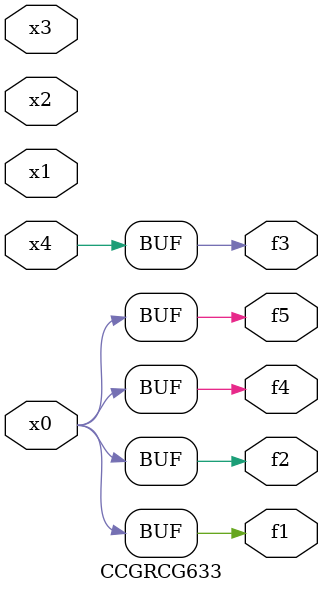
<source format=v>
module CCGRCG633(
	input x0, x1, x2, x3, x4,
	output f1, f2, f3, f4, f5
);
	assign f1 = x0;
	assign f2 = x0;
	assign f3 = x4;
	assign f4 = x0;
	assign f5 = x0;
endmodule

</source>
